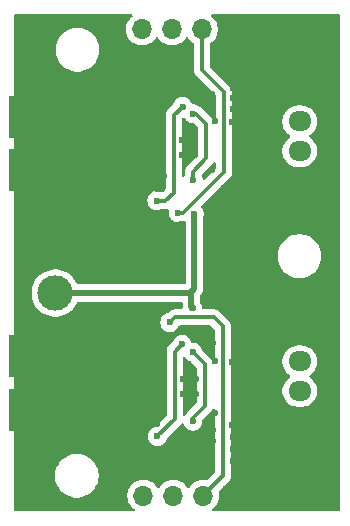
<source format=gbr>
%TF.GenerationSoftware,KiCad,Pcbnew,9.0.0*%
%TF.CreationDate,2025-04-16T15:55:05+03:00*%
%TF.ProjectId,power_detector,706f7765-725f-4646-9574-6563746f722e,rev?*%
%TF.SameCoordinates,Original*%
%TF.FileFunction,Copper,L4,Bot*%
%TF.FilePolarity,Positive*%
%FSLAX46Y46*%
G04 Gerber Fmt 4.6, Leading zero omitted, Abs format (unit mm)*
G04 Created by KiCad (PCBNEW 9.0.0) date 2025-04-16 15:55:05*
%MOMM*%
%LPD*%
G01*
G04 APERTURE LIST*
G04 Aperture macros list*
%AMRoundRect*
0 Rectangle with rounded corners*
0 $1 Rounding radius*
0 $2 $3 $4 $5 $6 $7 $8 $9 X,Y pos of 4 corners*
0 Add a 4 corners polygon primitive as box body*
4,1,4,$2,$3,$4,$5,$6,$7,$8,$9,$2,$3,0*
0 Add four circle primitives for the rounded corners*
1,1,$1+$1,$2,$3*
1,1,$1+$1,$4,$5*
1,1,$1+$1,$6,$7*
1,1,$1+$1,$8,$9*
0 Add four rect primitives between the rounded corners*
20,1,$1+$1,$2,$3,$4,$5,0*
20,1,$1+$1,$4,$5,$6,$7,0*
20,1,$1+$1,$6,$7,$8,$9,0*
20,1,$1+$1,$8,$9,$2,$3,0*%
G04 Aperture macros list end*
%TA.AperFunction,SMDPad,CuDef*%
%ADD10R,5.540000X3.610000*%
%TD*%
%TA.AperFunction,ComponentPad*%
%ADD11RoundRect,0.250000X0.725000X-0.600000X0.725000X0.600000X-0.725000X0.600000X-0.725000X-0.600000X0*%
%TD*%
%TA.AperFunction,ComponentPad*%
%ADD12O,1.950000X1.700000*%
%TD*%
%TA.AperFunction,ComponentPad*%
%ADD13R,3.000000X3.000000*%
%TD*%
%TA.AperFunction,ComponentPad*%
%ADD14C,3.000000*%
%TD*%
%TA.AperFunction,ComponentPad*%
%ADD15R,1.700000X1.700000*%
%TD*%
%TA.AperFunction,ComponentPad*%
%ADD16O,1.700000X1.700000*%
%TD*%
%TA.AperFunction,ViaPad*%
%ADD17C,0.600000*%
%TD*%
%TA.AperFunction,Conductor*%
%ADD18C,0.355250*%
%TD*%
%TA.AperFunction,Conductor*%
%ADD19C,0.500000*%
%TD*%
G04 APERTURE END LIST*
D10*
%TO.P,J8,G1*%
%TO.N,GND*%
X46964600Y-85346400D03*
%TO.P,J8,G2*%
X46964600Y-89866400D03*
%TD*%
%TO.P,J5,G1*%
%TO.N,GND*%
X46990000Y-65076000D03*
%TO.P,J5,G2*%
X46990000Y-69596000D03*
%TD*%
D11*
%TO.P,J9,1,Pin_1*%
%TO.N,GND*%
X68867800Y-90770400D03*
D12*
%TO.P,J9,2,Pin_2*%
%TO.N,/vrms_fow*%
X68867800Y-88270400D03*
%TO.P,J9,3,Pin_3*%
%TO.N,/mcu_adc_fow*%
X68867800Y-85770400D03*
%TO.P,J9,4,Pin_4*%
%TO.N,GND*%
X68867800Y-83270400D03*
%TD*%
D13*
%TO.P,J3,1,Pin_1*%
%TO.N,GND*%
X48158400Y-74904600D03*
D14*
%TO.P,J3,2,Pin_2*%
%TO.N,+5V*%
X48158400Y-79984600D03*
%TD*%
D11*
%TO.P,J10,1,Pin_1*%
%TO.N,GND*%
X68859400Y-70455800D03*
D12*
%TO.P,J10,2,Pin_2*%
%TO.N,/vrms_ref*%
X68859400Y-67955800D03*
%TO.P,J10,3,Pin_3*%
%TO.N,/mcu_adc_ref*%
X68859400Y-65455800D03*
%TO.P,J10,4,Pin_4*%
%TO.N,GND*%
X68859400Y-62955800D03*
%TD*%
D15*
%TO.P,J6,1,Pin_1*%
%TO.N,GND*%
X63236000Y-97129600D03*
D16*
%TO.P,J6,2,Pin_2*%
%TO.N,/vtgt_fow*%
X60696000Y-97129600D03*
%TO.P,J6,3,Pin_3*%
%TO.N,/TC2_fow*%
X58156000Y-97129600D03*
%TO.P,J6,4,Pin_4*%
%TO.N,/vref_fow*%
X55616000Y-97129600D03*
%TD*%
D15*
%TO.P,J7,1,Pin_1*%
%TO.N,GND*%
X63119000Y-57658000D03*
D16*
%TO.P,J7,2,Pin_2*%
%TO.N,/TC2_ref*%
X60579000Y-57658000D03*
%TO.P,J7,3,Pin_3*%
%TO.N,/vref_ref*%
X58039000Y-57658000D03*
%TO.P,J7,4,Pin_4*%
%TO.N,/vtgt_ref*%
X55499000Y-57658000D03*
%TD*%
D17*
%TO.N,+5V*%
X59833000Y-64820800D03*
X59944000Y-73279000D03*
X59817000Y-90830400D03*
X59833000Y-85004400D03*
X59842400Y-70408800D03*
X59817000Y-81280000D03*
%TO.N,GND*%
X66040000Y-59944000D03*
X63246000Y-93218000D03*
X70993000Y-96393000D03*
X54864000Y-65532000D03*
X70739000Y-59690000D03*
X50292000Y-74422000D03*
X58928000Y-74168000D03*
X64770000Y-65532000D03*
X65151000Y-96012000D03*
X55880000Y-76200000D03*
X71120000Y-89916000D03*
X54610000Y-77978000D03*
X63627000Y-73279000D03*
X55118000Y-73914000D03*
X50546000Y-82550000D03*
X65913000Y-60960000D03*
X53594000Y-83566000D03*
X64516000Y-70866000D03*
X52324000Y-76962000D03*
X63246000Y-82296000D03*
X67183000Y-60198000D03*
X51308000Y-68326000D03*
X47752000Y-92456000D03*
X54610000Y-69088000D03*
X53340000Y-71120000D03*
X61722000Y-60706000D03*
X50038000Y-89408000D03*
X45974000Y-96012000D03*
X52832000Y-63500000D03*
X66802000Y-83820000D03*
X64897000Y-92710000D03*
X65786000Y-85852000D03*
X71882000Y-65659000D03*
X63119000Y-85852000D03*
X46990000Y-86614000D03*
X70231000Y-57658000D03*
X54864000Y-85598000D03*
X68453000Y-97282000D03*
X64643000Y-73279000D03*
X68326000Y-58293000D03*
X55626000Y-93726000D03*
X55626000Y-63500000D03*
X60017575Y-68275200D03*
X51308000Y-74422000D03*
X70358000Y-73025000D03*
X46736000Y-98044000D03*
X45720000Y-73660000D03*
X63119000Y-65532000D03*
X61214000Y-75946000D03*
X51562000Y-76454000D03*
X63754000Y-75692000D03*
X63500000Y-83312000D03*
X46482000Y-62738000D03*
X52578000Y-81026000D03*
X52578000Y-72898000D03*
X64643000Y-78994000D03*
X69469000Y-72898000D03*
X54356000Y-95758000D03*
X55880000Y-81026000D03*
X56388000Y-83439000D03*
X45212000Y-96266000D03*
X57658000Y-76200000D03*
X54610000Y-91186000D03*
X48260000Y-62738000D03*
X54762400Y-88620600D03*
X63881000Y-90932000D03*
X58953400Y-88544400D03*
X52070000Y-92456000D03*
X50038000Y-90170000D03*
X71882000Y-74422000D03*
X54356000Y-59944000D03*
X62611000Y-79756000D03*
X71120000Y-85090000D03*
X45974000Y-94488000D03*
X71882000Y-79248000D03*
X71120000Y-86360000D03*
X64262000Y-80010000D03*
X69342000Y-95631000D03*
X45212000Y-95250000D03*
X46228000Y-59182000D03*
X66040000Y-91313000D03*
X64262000Y-77978000D03*
X69469000Y-97917000D03*
X53213000Y-86487000D03*
X52959000Y-89408000D03*
X71374000Y-70485000D03*
X54610000Y-93726000D03*
X46736000Y-92456000D03*
X54102000Y-61976000D03*
X54102000Y-65278000D03*
X52324000Y-78994000D03*
X67564000Y-81534000D03*
X70612000Y-97917000D03*
X65532000Y-79248000D03*
X70485000Y-60325000D03*
X65913000Y-64008000D03*
X66421000Y-65024000D03*
X71755000Y-62357000D03*
X67437000Y-57531000D03*
X65405000Y-57404000D03*
X64135000Y-63246000D03*
X65151000Y-97282000D03*
X65532000Y-70104000D03*
X45339000Y-60706000D03*
X52578000Y-85090000D03*
X71120000Y-94869000D03*
X64643000Y-83947000D03*
X54864000Y-72644000D03*
X63246000Y-80391000D03*
X66421000Y-56896000D03*
X48133000Y-68326000D03*
X70485000Y-69088000D03*
X71882000Y-80010000D03*
X65278000Y-81407000D03*
X53340000Y-81026000D03*
X50292000Y-75438000D03*
X61595000Y-59309000D03*
X62865000Y-74549000D03*
X48133000Y-66294000D03*
X54610000Y-76200000D03*
X54610000Y-62992000D03*
X51816000Y-85598000D03*
X59563000Y-93726000D03*
X66802000Y-63500000D03*
X50038000Y-91694000D03*
X54102000Y-71882000D03*
X54864000Y-61468000D03*
X61468000Y-94488000D03*
X51308000Y-70104000D03*
X69469000Y-93472000D03*
X52578000Y-98044000D03*
X64719200Y-90093800D03*
X50546000Y-71882000D03*
X48133000Y-88646000D03*
X46482000Y-97028000D03*
X45720000Y-75438000D03*
X62484000Y-71120000D03*
X63500000Y-70866000D03*
X49784000Y-71882000D03*
X45974000Y-68326000D03*
X50292000Y-63246000D03*
X57277000Y-90043000D03*
X56896000Y-81788000D03*
X51816000Y-73914000D03*
X60084575Y-87270391D03*
X53340000Y-85598000D03*
X61214000Y-79756000D03*
X53086000Y-61468000D03*
X51943000Y-88646000D03*
X68453000Y-61341000D03*
X51308000Y-65278000D03*
X54356000Y-60960000D03*
X49022000Y-86614000D03*
X53086000Y-68326000D03*
X66675000Y-85344000D03*
X67310000Y-84836000D03*
X63246000Y-62611000D03*
X55372000Y-76708000D03*
X66548000Y-92583000D03*
X57912000Y-74168000D03*
X54610000Y-94742000D03*
X48768000Y-82550000D03*
X71374000Y-72771000D03*
X57404000Y-70104000D03*
X53594000Y-60706000D03*
X51816000Y-71882000D03*
X66548000Y-59055000D03*
X71501000Y-66802000D03*
X63754000Y-76962000D03*
X63119000Y-91186000D03*
X65405000Y-58801000D03*
X66802000Y-58293000D03*
X58928000Y-75184000D03*
X53340000Y-64262000D03*
X56134000Y-77978000D03*
X56388000Y-74676000D03*
X59309000Y-60452000D03*
X65024000Y-71882000D03*
X66675000Y-90678000D03*
X65151000Y-95123000D03*
X51816000Y-77978000D03*
X50546000Y-85090000D03*
X50292000Y-78232000D03*
X69723000Y-56896000D03*
X58420000Y-78994000D03*
X51816000Y-91186000D03*
X53594000Y-76962000D03*
X44969379Y-66294004D03*
X61468000Y-63119000D03*
X47244000Y-62738000D03*
X61214000Y-78994000D03*
X51308000Y-75692000D03*
X53086000Y-93980000D03*
X71501000Y-57658000D03*
X52578000Y-90424000D03*
X59690000Y-61087000D03*
X55626000Y-72390000D03*
X56642000Y-82804000D03*
X63373000Y-95123000D03*
X66929000Y-97917000D03*
X45974000Y-66294000D03*
X65532000Y-85090000D03*
X66294000Y-81534000D03*
X55880000Y-75438000D03*
X59436000Y-94742000D03*
X61722000Y-65405000D03*
X66167000Y-95885000D03*
X63246000Y-94234000D03*
X64262000Y-95123000D03*
X50292000Y-66294000D03*
X54356000Y-64262000D03*
X55626000Y-92837000D03*
X66421000Y-97536000D03*
X53086000Y-69088000D03*
X46482000Y-93472000D03*
X64897000Y-61341000D03*
X56388000Y-82296000D03*
X53594000Y-81788000D03*
X66548000Y-73533000D03*
X54229000Y-66167000D03*
X46482000Y-58166000D03*
X65532000Y-72771000D03*
X49022000Y-62738000D03*
X61468000Y-69596000D03*
X45720000Y-92456000D03*
X61493400Y-84226400D03*
X44968627Y-88646098D03*
X51816000Y-70866000D03*
X70612000Y-63500000D03*
X46990000Y-66294000D03*
X51816000Y-62738000D03*
X69850000Y-97028000D03*
X54610000Y-71120000D03*
X62230000Y-72898000D03*
X53848000Y-59690000D03*
X53340000Y-90932000D03*
X45339000Y-59563000D03*
X66294000Y-93853000D03*
X70358000Y-62230000D03*
X51308000Y-69088000D03*
X49784000Y-62738000D03*
X68453000Y-93853000D03*
X65024000Y-89281000D03*
X71120000Y-82550000D03*
X61679375Y-90170000D03*
X53848000Y-63500000D03*
X52832000Y-91948000D03*
X46228000Y-60198000D03*
X45974000Y-88646000D03*
X53340000Y-94996000D03*
X53848000Y-89331800D03*
X55880000Y-81788000D03*
X53086000Y-73914000D03*
X45974000Y-86614000D03*
X54102000Y-70104000D03*
X71120000Y-80137000D03*
X55118000Y-60452000D03*
X63881000Y-72136000D03*
X65913000Y-71374000D03*
X56134000Y-71120000D03*
X55372000Y-62230000D03*
X53594000Y-74930000D03*
X61214000Y-73660000D03*
X66548000Y-72390000D03*
X53086000Y-62738000D03*
X67437000Y-95885000D03*
X60452000Y-94742000D03*
X56896000Y-69596000D03*
X53848000Y-84582000D03*
X62484000Y-78613000D03*
X61468000Y-83312000D03*
X52324000Y-69088000D03*
X54610000Y-81788000D03*
X62357000Y-75565000D03*
X70612000Y-71120000D03*
X56642000Y-70358000D03*
X65151000Y-78486000D03*
X50546000Y-71120000D03*
X57404000Y-77978000D03*
X56388000Y-85344000D03*
X50546000Y-85852000D03*
X51054000Y-88646000D03*
X63881000Y-65532000D03*
X58928000Y-77216000D03*
X64643000Y-93853000D03*
X52578000Y-84328000D03*
X55626000Y-91948000D03*
X53848000Y-90170000D03*
X53340000Y-78994000D03*
X71628000Y-71755000D03*
X50292000Y-73660000D03*
X62865000Y-61849000D03*
X54737000Y-89662000D03*
X55499000Y-83947000D03*
X53848000Y-97282000D03*
X52578000Y-92964000D03*
X53340000Y-72390000D03*
X61214000Y-80518000D03*
X71755000Y-63246000D03*
X66167000Y-82804000D03*
X52324000Y-65278000D03*
X47752000Y-82550000D03*
X68580000Y-81534000D03*
X52324000Y-86614000D03*
X51562000Y-86614000D03*
X64643000Y-68961000D03*
X51054000Y-64516000D03*
X56134000Y-69596000D03*
X68834000Y-72136000D03*
X64135000Y-89281000D03*
X70739000Y-97028000D03*
X70104000Y-58674000D03*
X57023000Y-65532000D03*
X50165000Y-88646000D03*
X67310000Y-71755000D03*
X52324000Y-74422000D03*
X71120000Y-88646000D03*
X56134000Y-61595000D03*
X71247000Y-56896000D03*
X52832000Y-88646000D03*
X64008000Y-85852000D03*
X71120000Y-81788000D03*
X52832000Y-70104000D03*
X66929000Y-61595000D03*
X49530000Y-77470000D03*
X54356000Y-73152000D03*
X70739000Y-65659000D03*
X64008000Y-92075000D03*
X51562000Y-72898000D03*
X71120000Y-91948000D03*
X50038000Y-72898000D03*
X52832000Y-73406000D03*
X52324000Y-64516000D03*
X50292000Y-65278000D03*
X54102000Y-81026000D03*
X70739000Y-67564000D03*
X65151000Y-82550000D03*
X45339000Y-61722000D03*
X70231000Y-72009000D03*
X68199000Y-56896000D03*
X69723000Y-92456000D03*
X57658000Y-75184000D03*
X63246000Y-63500000D03*
X46990000Y-88646000D03*
X64897000Y-85852000D03*
X63627000Y-61087000D03*
X50292000Y-81534000D03*
X65024000Y-64389000D03*
X61518800Y-92532200D03*
X53848000Y-91948000D03*
X68072000Y-59055000D03*
X65659000Y-65532000D03*
X51054000Y-77470000D03*
X61214000Y-76708000D03*
X53848000Y-73660000D03*
X65659000Y-83820000D03*
X65532000Y-89789000D03*
X51816000Y-89662000D03*
X69342000Y-60452000D03*
X51054000Y-91948000D03*
X46736000Y-71882000D03*
X71628000Y-60452000D03*
X54356000Y-83566000D03*
X63500000Y-79248000D03*
X51054000Y-82042000D03*
X45212000Y-97282000D03*
X70739000Y-64389000D03*
X51054000Y-63754000D03*
X56794400Y-91084400D03*
X66167000Y-62611000D03*
X50800000Y-72898000D03*
X55626000Y-70358000D03*
X55118000Y-81026000D03*
X44969379Y-86614004D03*
X52832000Y-97282000D03*
X58945225Y-87299800D03*
X64262000Y-74676000D03*
X55372000Y-82804000D03*
X67310000Y-92710000D03*
X65278000Y-91821000D03*
X55753000Y-61087000D03*
X53594000Y-58420000D03*
X59309000Y-59436000D03*
X62992000Y-60198000D03*
X68961000Y-57531000D03*
X68961000Y-59436000D03*
X61595000Y-59944000D03*
X56134000Y-84328000D03*
X46482000Y-77724000D03*
X61214000Y-72898000D03*
X57658000Y-81026000D03*
X65532000Y-68961000D03*
X61468000Y-93472000D03*
X67564000Y-96774000D03*
X67056000Y-82550000D03*
X71755000Y-64516000D03*
X67564000Y-94107000D03*
X46736000Y-82550000D03*
X52324000Y-68326000D03*
X51308000Y-78994000D03*
X50546000Y-70104000D03*
X63500000Y-85090000D03*
X45720000Y-62738000D03*
X65405000Y-74041000D03*
X56845200Y-71145400D03*
X50038000Y-86614000D03*
X52578000Y-83312000D03*
X51308000Y-66294000D03*
X62103000Y-73914000D03*
X45720000Y-81280000D03*
X49022000Y-66294000D03*
X71120000Y-93218000D03*
X68326000Y-94869000D03*
X61214000Y-78232000D03*
X64516000Y-76327000D03*
X67056000Y-70231000D03*
X67183000Y-62484000D03*
X55245000Y-66167000D03*
X67056000Y-64516000D03*
X55626000Y-64897000D03*
X63246000Y-64389000D03*
X51308000Y-83312000D03*
X65151000Y-97917000D03*
X51816000Y-63754000D03*
X64262000Y-62103000D03*
X69850000Y-81534000D03*
X53340000Y-96266000D03*
X63627000Y-59436000D03*
X56261000Y-66167000D03*
X54356000Y-75438000D03*
X57404000Y-73406000D03*
X57404000Y-85852000D03*
X61679375Y-85725000D03*
X61214000Y-77470000D03*
X71120000Y-87630000D03*
X66802000Y-71247000D03*
X55626000Y-69088000D03*
X64135000Y-64389000D03*
X52578000Y-71882000D03*
X53340000Y-82804000D03*
X67945000Y-72771000D03*
X50292000Y-76962000D03*
X51562000Y-81280000D03*
X61976000Y-81026000D03*
X70866000Y-66548000D03*
X52324000Y-66294000D03*
X55626000Y-71628000D03*
X54356000Y-74422000D03*
X54711600Y-68351400D03*
X55880000Y-91059000D03*
X54102000Y-86487000D03*
X63754000Y-68961000D03*
X67056000Y-94996000D03*
X65405000Y-62230000D03*
X68326000Y-92456000D03*
X49022000Y-88646000D03*
X45720000Y-78740000D03*
X47752000Y-71882000D03*
X50800000Y-86614000D03*
X52070000Y-81788000D03*
X52578000Y-62230000D03*
X47498000Y-61976000D03*
X70104000Y-61214000D03*
X44968627Y-68326098D03*
X56388000Y-78994000D03*
X58928000Y-78232000D03*
X56515000Y-63373000D03*
X63500000Y-84328000D03*
X56642000Y-81026000D03*
X45847000Y-57023000D03*
X50546000Y-84074000D03*
X54356000Y-82804000D03*
X70358000Y-95504000D03*
X66421000Y-68961000D03*
X46990000Y-68326000D03*
X71120000Y-90932000D03*
X64643000Y-90932000D03*
X64135000Y-81407000D03*
X56642000Y-86233000D03*
X64897000Y-77343000D03*
X61214000Y-75184000D03*
X55118000Y-74930000D03*
X63627000Y-78105000D03*
X64592200Y-69799200D03*
X45212000Y-94234000D03*
X54737000Y-86360000D03*
X53340000Y-77978000D03*
X56896000Y-74930000D03*
X51054000Y-90424000D03*
X51562000Y-82550000D03*
X66294000Y-84582000D03*
X62738000Y-71882000D03*
X48133000Y-86614000D03*
X45720000Y-98044000D03*
X60084575Y-88493600D03*
X52070000Y-69850000D03*
X45720000Y-71882000D03*
X66167000Y-79883000D03*
X65532000Y-94615000D03*
X53340000Y-65278000D03*
X52832000Y-76200000D03*
X61518800Y-91541600D03*
X53594000Y-98044000D03*
X58869025Y-67005200D03*
X71374000Y-61341000D03*
X50546000Y-69088000D03*
X49784000Y-82550000D03*
X49022000Y-68326000D03*
X51054000Y-62992000D03*
X50292000Y-76200000D03*
X45720000Y-76200000D03*
X70104000Y-94107000D03*
X62738000Y-81534000D03*
X61468000Y-64135000D03*
X45466000Y-80264000D03*
X71120000Y-83820000D03*
X70485000Y-69977000D03*
X65024000Y-75311000D03*
X64516000Y-85090000D03*
X45720000Y-72644000D03*
X47498000Y-77216000D03*
X54610000Y-84582000D03*
X58420000Y-81026000D03*
X55753000Y-86487000D03*
X67310000Y-68961000D03*
X55118000Y-70866000D03*
X45720000Y-82550000D03*
X56515000Y-62357000D03*
X58869025Y-68300600D03*
X65278000Y-80645000D03*
X56642000Y-73406000D03*
X54356000Y-78994000D03*
X62230000Y-61341000D03*
X63246000Y-92202000D03*
X57404000Y-78994000D03*
X56388000Y-65024000D03*
X71628000Y-68326000D03*
X62357000Y-77597000D03*
X48514000Y-77216000D03*
X55499000Y-84963000D03*
X64897000Y-59563000D03*
X67945000Y-60452000D03*
X53848000Y-93472000D03*
X54610000Y-70358000D03*
X55372000Y-78994000D03*
X45720000Y-77216000D03*
X56007000Y-89916000D03*
X45212000Y-93218000D03*
X54610000Y-92456000D03*
X51562000Y-84328000D03*
X55118000Y-64262000D03*
X50292000Y-68326000D03*
X45720000Y-74676000D03*
X64516000Y-60325000D03*
X71882000Y-69469000D03*
X53340000Y-57404000D03*
X65024000Y-63246000D03*
X50038000Y-90932000D03*
X62484000Y-59563000D03*
X46355000Y-61468000D03*
X71374000Y-73787000D03*
X61214000Y-74422000D03*
X55880000Y-73152000D03*
X62611000Y-76454000D03*
X71501000Y-58801000D03*
X58928000Y-76200000D03*
X53848000Y-69037200D03*
X45339000Y-58293000D03*
X50546000Y-83312000D03*
X48768000Y-71882000D03*
X57658000Y-77216000D03*
X56007000Y-64160400D03*
X70104000Y-93218000D03*
X52324000Y-75438000D03*
X68072000Y-98044000D03*
X64262000Y-82931000D03*
X53213000Y-66294000D03*
X66167000Y-89281000D03*
X65405000Y-90551000D03*
X50292000Y-64262000D03*
X60017575Y-67005200D03*
X59944000Y-61976000D03*
%TO.N,/vref_ref*%
X56769000Y-72150700D03*
X58940700Y-64198500D03*
%TO.N,/TC2_ref*%
X58572400Y-73202800D03*
%TO.N,/vref_fow*%
X56819800Y-92125800D03*
X58902600Y-84302600D03*
%TO.N,/vtgt_fow*%
X57861200Y-82473800D03*
%TD*%
D18*
%TO.N,+5V*%
X60121800Y-64820800D02*
X59833000Y-64820800D01*
X59842400Y-69697600D02*
X60960000Y-68580000D01*
X60960000Y-68580000D02*
X60960000Y-65659000D01*
X59842400Y-70408800D02*
X59842400Y-69697600D01*
X60960000Y-65659000D02*
X60121800Y-64820800D01*
D19*
X59690000Y-81153000D02*
X59817000Y-81280000D01*
X59690000Y-80086200D02*
X59690000Y-81153000D01*
X59588400Y-79984600D02*
X59690000Y-80086200D01*
X59944000Y-79629000D02*
X59944000Y-73279000D01*
X59588400Y-79984600D02*
X59944000Y-79629000D01*
X48158400Y-79984600D02*
X59588400Y-79984600D01*
D18*
X59817000Y-90830400D02*
X59817000Y-90551000D01*
X59817000Y-90551000D02*
X60833000Y-89535000D01*
X60833000Y-86004400D02*
X59833000Y-85004400D01*
X60833000Y-89535000D02*
X60833000Y-86004400D01*
%TO.N,/vref_ref*%
X56707500Y-72212200D02*
X57454800Y-72212200D01*
X58191400Y-64947800D02*
X58940700Y-64198500D01*
X58191400Y-71475600D02*
X58191400Y-64947800D01*
X56769000Y-72150700D02*
X56788921Y-72150700D01*
X57454800Y-72212200D02*
X58191400Y-71475600D01*
%TO.N,/TC2_ref*%
X59004200Y-73202800D02*
X58572400Y-73202800D01*
X60579000Y-57658000D02*
X60579000Y-61087000D01*
X62440375Y-69766625D02*
X59004200Y-73202800D01*
X62440375Y-62948375D02*
X62440375Y-69766625D01*
X60579000Y-61087000D02*
X62440375Y-62948375D01*
%TO.N,/vref_fow*%
X58267600Y-90678000D02*
X58267600Y-84937600D01*
X58267600Y-84937600D02*
X58902600Y-84302600D01*
X56819800Y-92125800D02*
X58267600Y-90678000D01*
%TO.N,/vtgt_fow*%
X57861200Y-82473800D02*
X58293000Y-82042000D01*
X58293000Y-82042000D02*
X58928000Y-82042000D01*
X61595000Y-82042000D02*
X62357000Y-82804000D01*
X60696000Y-97129600D02*
X62321600Y-95504000D01*
X62357000Y-95468600D02*
X60696000Y-97129600D01*
X58928000Y-82042000D02*
X61595000Y-82042000D01*
X62357000Y-82804000D02*
X62357000Y-95468600D01*
%TD*%
%TA.AperFunction,Conductor*%
%TO.N,GND*%
G36*
X54658172Y-56390574D02*
G01*
X54703975Y-56443336D01*
X54713982Y-56512486D01*
X54685015Y-56576068D01*
X54664114Y-56595269D01*
X54619209Y-56627894D01*
X54468890Y-56778213D01*
X54343951Y-56950179D01*
X54247444Y-57139585D01*
X54181753Y-57341760D01*
X54151195Y-57534700D01*
X54148500Y-57551713D01*
X54148500Y-57764287D01*
X54181754Y-57974243D01*
X54242910Y-58162462D01*
X54247444Y-58176414D01*
X54343951Y-58365820D01*
X54468890Y-58537786D01*
X54619213Y-58688109D01*
X54791179Y-58813048D01*
X54791181Y-58813049D01*
X54791184Y-58813051D01*
X54980588Y-58909557D01*
X55182757Y-58975246D01*
X55392713Y-59008500D01*
X55392714Y-59008500D01*
X55605286Y-59008500D01*
X55605287Y-59008500D01*
X55815243Y-58975246D01*
X56017412Y-58909557D01*
X56206816Y-58813051D01*
X56239789Y-58789095D01*
X56378786Y-58688109D01*
X56378788Y-58688106D01*
X56378792Y-58688104D01*
X56529104Y-58537792D01*
X56529106Y-58537788D01*
X56529109Y-58537786D01*
X56654048Y-58365820D01*
X56654047Y-58365820D01*
X56654051Y-58365816D01*
X56658514Y-58357054D01*
X56706488Y-58306259D01*
X56774308Y-58289463D01*
X56840444Y-58311999D01*
X56879486Y-58357056D01*
X56883951Y-58365820D01*
X57008890Y-58537786D01*
X57159213Y-58688109D01*
X57331179Y-58813048D01*
X57331181Y-58813049D01*
X57331184Y-58813051D01*
X57520588Y-58909557D01*
X57722757Y-58975246D01*
X57932713Y-59008500D01*
X57932714Y-59008500D01*
X58145286Y-59008500D01*
X58145287Y-59008500D01*
X58355243Y-58975246D01*
X58557412Y-58909557D01*
X58746816Y-58813051D01*
X58779789Y-58789095D01*
X58918786Y-58688109D01*
X58918788Y-58688106D01*
X58918792Y-58688104D01*
X59069104Y-58537792D01*
X59069106Y-58537788D01*
X59069109Y-58537786D01*
X59194048Y-58365820D01*
X59194047Y-58365820D01*
X59194051Y-58365816D01*
X59198514Y-58357054D01*
X59246488Y-58306259D01*
X59314308Y-58289463D01*
X59380444Y-58311999D01*
X59419486Y-58357056D01*
X59423951Y-58365820D01*
X59548890Y-58537786D01*
X59699211Y-58688107D01*
X59769542Y-58739204D01*
X59849760Y-58797486D01*
X59892426Y-58852814D01*
X59900875Y-58897803D01*
X59900875Y-61020210D01*
X59900875Y-61153790D01*
X59900875Y-61153792D01*
X59900874Y-61153792D01*
X59926933Y-61284794D01*
X59926935Y-61284802D01*
X59978049Y-61408204D01*
X59978059Y-61408222D01*
X60052262Y-61519275D01*
X60052268Y-61519283D01*
X61725931Y-63192945D01*
X61759416Y-63254268D01*
X61762250Y-63280626D01*
X61762250Y-65230285D01*
X61742565Y-65297324D01*
X61689761Y-65343079D01*
X61620603Y-65353023D01*
X61557047Y-65323998D01*
X61535148Y-65299176D01*
X61486734Y-65226720D01*
X61486731Y-65226716D01*
X60554083Y-64294068D01*
X60554079Y-64294065D01*
X60443018Y-64219856D01*
X60443008Y-64219851D01*
X60405327Y-64204243D01*
X60370720Y-64189908D01*
X60345161Y-64179321D01*
X60319603Y-64168735D01*
X60319600Y-64168734D01*
X60312995Y-64167420D01*
X60268304Y-64148906D01*
X60212190Y-64111412D01*
X60212172Y-64111402D01*
X60066501Y-64051064D01*
X60066489Y-64051061D01*
X59911845Y-64020300D01*
X59911842Y-64020300D01*
X59816196Y-64020300D01*
X59749157Y-64000615D01*
X59703402Y-63947811D01*
X59701635Y-63943752D01*
X59650097Y-63819327D01*
X59650090Y-63819314D01*
X59562489Y-63688211D01*
X59562486Y-63688207D01*
X59450992Y-63576713D01*
X59450988Y-63576710D01*
X59319885Y-63489109D01*
X59319872Y-63489102D01*
X59174201Y-63428764D01*
X59174189Y-63428761D01*
X59019545Y-63398000D01*
X59019542Y-63398000D01*
X58861858Y-63398000D01*
X58861855Y-63398000D01*
X58707210Y-63428761D01*
X58707198Y-63428764D01*
X58561527Y-63489102D01*
X58561514Y-63489109D01*
X58430411Y-63576710D01*
X58430407Y-63576713D01*
X58318913Y-63688207D01*
X58318910Y-63688211D01*
X58231309Y-63819314D01*
X58231302Y-63819327D01*
X58170963Y-63965000D01*
X58170962Y-63965004D01*
X58167320Y-63983314D01*
X58134933Y-64045224D01*
X58133384Y-64046800D01*
X57664668Y-64515516D01*
X57664665Y-64515520D01*
X57590456Y-64626581D01*
X57590451Y-64626590D01*
X57560840Y-64698077D01*
X57560840Y-64698080D01*
X57540172Y-64747979D01*
X57539334Y-64750001D01*
X57539332Y-64750005D01*
X57513275Y-64881006D01*
X57513275Y-71143348D01*
X57493590Y-71210387D01*
X57476956Y-71231029D01*
X57290431Y-71417554D01*
X57229108Y-71451039D01*
X57159416Y-71446055D01*
X57153846Y-71443541D01*
X57153807Y-71443637D01*
X57002501Y-71380964D01*
X57002489Y-71380961D01*
X56847845Y-71350200D01*
X56847842Y-71350200D01*
X56690158Y-71350200D01*
X56690155Y-71350200D01*
X56535510Y-71380961D01*
X56535498Y-71380964D01*
X56389827Y-71441302D01*
X56389814Y-71441309D01*
X56258711Y-71528910D01*
X56258707Y-71528913D01*
X56147213Y-71640407D01*
X56147210Y-71640411D01*
X56059609Y-71771514D01*
X56059602Y-71771527D01*
X55999264Y-71917198D01*
X55999261Y-71917210D01*
X55968500Y-72071853D01*
X55968500Y-72229546D01*
X55999261Y-72384189D01*
X55999264Y-72384201D01*
X56059602Y-72529872D01*
X56059609Y-72529885D01*
X56147210Y-72660988D01*
X56147213Y-72660992D01*
X56258707Y-72772486D01*
X56258711Y-72772489D01*
X56389814Y-72860090D01*
X56389827Y-72860097D01*
X56520339Y-72914156D01*
X56535503Y-72920437D01*
X56690153Y-72951199D01*
X56690156Y-72951200D01*
X56690158Y-72951200D01*
X56847844Y-72951200D01*
X56847845Y-72951199D01*
X57002497Y-72920437D01*
X57027507Y-72910077D01*
X57052407Y-72899764D01*
X57099859Y-72890325D01*
X57521591Y-72890325D01*
X57532507Y-72888153D01*
X57587095Y-72877295D01*
X57648589Y-72865063D01*
X57718178Y-72871292D01*
X57773355Y-72914156D01*
X57796598Y-72980046D01*
X57794393Y-73010872D01*
X57771900Y-73123953D01*
X57771900Y-73281646D01*
X57802661Y-73436289D01*
X57802664Y-73436301D01*
X57863002Y-73581972D01*
X57863009Y-73581985D01*
X57950610Y-73713088D01*
X57950613Y-73713092D01*
X58062107Y-73824586D01*
X58062111Y-73824589D01*
X58193214Y-73912190D01*
X58193227Y-73912197D01*
X58338898Y-73972535D01*
X58338903Y-73972537D01*
X58493553Y-74003299D01*
X58493556Y-74003300D01*
X58493558Y-74003300D01*
X58651244Y-74003300D01*
X58651245Y-74003299D01*
X58805897Y-73972537D01*
X58951579Y-73912194D01*
X58967102Y-73901821D01*
X58985147Y-73896171D01*
X59001056Y-73885948D01*
X59032016Y-73881496D01*
X59033778Y-73880945D01*
X59035991Y-73880925D01*
X59069500Y-73880925D01*
X59136539Y-73900610D01*
X59182294Y-73953414D01*
X59193500Y-74004925D01*
X59193500Y-79110100D01*
X59173815Y-79177139D01*
X59121011Y-79222894D01*
X59069500Y-79234100D01*
X50095712Y-79234100D01*
X50028673Y-79214415D01*
X49982918Y-79161611D01*
X49981151Y-79157553D01*
X49956445Y-79097909D01*
X49956441Y-79097899D01*
X49825324Y-78870796D01*
X49702630Y-78710900D01*
X49665682Y-78662749D01*
X49665681Y-78662748D01*
X49665674Y-78662740D01*
X49480260Y-78477326D01*
X49480251Y-78477318D01*
X49272203Y-78317675D01*
X49045100Y-78186558D01*
X49045090Y-78186553D01*
X48802828Y-78086205D01*
X48802821Y-78086203D01*
X48802819Y-78086202D01*
X48549516Y-78018330D01*
X48491739Y-78010723D01*
X48289527Y-77984100D01*
X48289520Y-77984100D01*
X48027280Y-77984100D01*
X48027272Y-77984100D01*
X47796172Y-78014526D01*
X47767284Y-78018330D01*
X47525424Y-78083136D01*
X47513981Y-78086202D01*
X47513971Y-78086205D01*
X47271709Y-78186553D01*
X47271699Y-78186558D01*
X47044596Y-78317675D01*
X46836548Y-78477318D01*
X46651118Y-78662748D01*
X46491475Y-78870796D01*
X46360358Y-79097899D01*
X46360353Y-79097909D01*
X46260005Y-79340171D01*
X46260002Y-79340181D01*
X46202420Y-79555083D01*
X46192130Y-79593485D01*
X46157900Y-79853472D01*
X46157900Y-80115727D01*
X46184523Y-80317939D01*
X46192130Y-80375716D01*
X46260002Y-80629018D01*
X46260005Y-80629028D01*
X46360353Y-80871290D01*
X46360358Y-80871300D01*
X46491475Y-81098403D01*
X46651118Y-81306451D01*
X46651126Y-81306460D01*
X46836540Y-81491874D01*
X46836548Y-81491881D01*
X46836549Y-81491882D01*
X46867025Y-81515267D01*
X47044596Y-81651524D01*
X47271699Y-81782641D01*
X47271709Y-81782646D01*
X47513971Y-81882994D01*
X47513981Y-81882998D01*
X47767284Y-81950870D01*
X48027280Y-81985100D01*
X48027287Y-81985100D01*
X48289513Y-81985100D01*
X48289520Y-81985100D01*
X48549516Y-81950870D01*
X48802819Y-81882998D01*
X49045097Y-81782643D01*
X49272203Y-81651524D01*
X49480251Y-81491882D01*
X49480255Y-81491877D01*
X49480260Y-81491874D01*
X49665674Y-81306460D01*
X49665677Y-81306455D01*
X49665682Y-81306451D01*
X49825324Y-81098403D01*
X49956443Y-80871297D01*
X49981151Y-80811647D01*
X50024992Y-80757244D01*
X50091286Y-80735179D01*
X50095712Y-80735100D01*
X58815500Y-80735100D01*
X58882539Y-80754785D01*
X58928294Y-80807589D01*
X58939500Y-80859100D01*
X58939500Y-81226920D01*
X58939579Y-81227723D01*
X58939500Y-81228139D01*
X58939500Y-81233010D01*
X58938576Y-81233010D01*
X58926559Y-81296369D01*
X58878493Y-81347079D01*
X58816176Y-81363875D01*
X58226206Y-81363875D01*
X58095205Y-81389933D01*
X58095197Y-81389935D01*
X57971789Y-81441052D01*
X57872872Y-81507147D01*
X57863369Y-81513497D01*
X57860720Y-81515267D01*
X57709060Y-81666924D01*
X57708399Y-81667570D01*
X57678221Y-81683563D01*
X57648175Y-81699970D01*
X57646676Y-81700281D01*
X57646664Y-81700288D01*
X57646650Y-81700286D01*
X57646014Y-81700419D01*
X57627712Y-81704060D01*
X57627700Y-81704063D01*
X57482027Y-81764402D01*
X57482014Y-81764409D01*
X57350911Y-81852010D01*
X57350907Y-81852013D01*
X57239413Y-81963507D01*
X57239410Y-81963511D01*
X57151809Y-82094614D01*
X57151802Y-82094627D01*
X57091464Y-82240298D01*
X57091461Y-82240310D01*
X57060700Y-82394953D01*
X57060700Y-82552646D01*
X57091461Y-82707289D01*
X57091464Y-82707301D01*
X57151802Y-82852972D01*
X57151809Y-82852985D01*
X57239410Y-82984088D01*
X57239413Y-82984092D01*
X57350907Y-83095586D01*
X57350911Y-83095589D01*
X57482014Y-83183190D01*
X57482027Y-83183197D01*
X57627698Y-83243535D01*
X57627703Y-83243537D01*
X57782353Y-83274299D01*
X57782356Y-83274300D01*
X57782358Y-83274300D01*
X57940044Y-83274300D01*
X57940045Y-83274299D01*
X58094697Y-83243537D01*
X58240379Y-83183194D01*
X58371489Y-83095589D01*
X58482989Y-82984089D01*
X58570594Y-82852979D01*
X58593917Y-82796673D01*
X58637758Y-82742269D01*
X58704052Y-82720204D01*
X58708478Y-82720125D01*
X58861211Y-82720125D01*
X61262749Y-82720125D01*
X61329788Y-82739810D01*
X61350430Y-82756444D01*
X61642556Y-83048570D01*
X61676041Y-83109893D01*
X61678875Y-83136251D01*
X61678875Y-85651106D01*
X61659190Y-85718145D01*
X61606386Y-85763900D01*
X61537228Y-85773844D01*
X61473672Y-85744819D01*
X61440315Y-85698560D01*
X61433951Y-85683197D01*
X61433949Y-85683194D01*
X61433947Y-85683188D01*
X61359734Y-85572120D01*
X61359731Y-85572116D01*
X60640314Y-84852700D01*
X60606829Y-84791377D01*
X60606388Y-84789260D01*
X60602737Y-84770903D01*
X60565820Y-84681776D01*
X60542397Y-84625227D01*
X60542390Y-84625214D01*
X60454789Y-84494111D01*
X60454786Y-84494107D01*
X60343292Y-84382613D01*
X60343288Y-84382610D01*
X60212185Y-84295009D01*
X60212172Y-84295002D01*
X60066501Y-84234664D01*
X60066489Y-84234661D01*
X59911845Y-84203900D01*
X59911842Y-84203900D01*
X59800914Y-84203900D01*
X59733875Y-84184215D01*
X59688120Y-84131411D01*
X59679297Y-84104091D01*
X59672339Y-84069110D01*
X59672336Y-84069101D01*
X59611997Y-83923427D01*
X59611990Y-83923414D01*
X59524389Y-83792311D01*
X59524386Y-83792307D01*
X59412892Y-83680813D01*
X59412888Y-83680810D01*
X59281785Y-83593209D01*
X59281772Y-83593202D01*
X59136101Y-83532864D01*
X59136089Y-83532861D01*
X58981445Y-83502100D01*
X58981442Y-83502100D01*
X58823758Y-83502100D01*
X58823755Y-83502100D01*
X58669110Y-83532861D01*
X58669098Y-83532864D01*
X58523427Y-83593202D01*
X58523414Y-83593209D01*
X58392311Y-83680810D01*
X58392307Y-83680813D01*
X58280813Y-83792307D01*
X58280810Y-83792311D01*
X58193209Y-83923414D01*
X58193202Y-83923427D01*
X58132863Y-84069100D01*
X58132862Y-84069104D01*
X58129220Y-84087414D01*
X58096833Y-84149324D01*
X58095284Y-84150900D01*
X57740868Y-84505316D01*
X57740865Y-84505320D01*
X57666656Y-84616381D01*
X57666651Y-84616390D01*
X57639567Y-84681776D01*
X57639568Y-84681777D01*
X57615534Y-84739801D01*
X57615532Y-84739805D01*
X57589475Y-84870806D01*
X57589475Y-90345748D01*
X57569790Y-90412787D01*
X57553156Y-90433429D01*
X56668100Y-91318484D01*
X56606777Y-91351969D01*
X56604614Y-91352420D01*
X56586304Y-91356062D01*
X56586300Y-91356063D01*
X56440627Y-91416402D01*
X56440614Y-91416409D01*
X56309511Y-91504010D01*
X56309507Y-91504013D01*
X56198013Y-91615507D01*
X56198010Y-91615511D01*
X56110409Y-91746614D01*
X56110402Y-91746627D01*
X56050064Y-91892298D01*
X56050061Y-91892310D01*
X56019300Y-92046953D01*
X56019300Y-92204646D01*
X56050061Y-92359289D01*
X56050064Y-92359301D01*
X56110402Y-92504972D01*
X56110409Y-92504985D01*
X56198010Y-92636088D01*
X56198013Y-92636092D01*
X56309507Y-92747586D01*
X56309511Y-92747589D01*
X56440614Y-92835190D01*
X56440627Y-92835197D01*
X56586298Y-92895535D01*
X56586303Y-92895537D01*
X56740953Y-92926299D01*
X56740956Y-92926300D01*
X56740958Y-92926300D01*
X56898644Y-92926300D01*
X56898645Y-92926299D01*
X57053297Y-92895537D01*
X57198979Y-92835194D01*
X57330089Y-92747589D01*
X57441589Y-92636089D01*
X57529194Y-92504979D01*
X57589537Y-92359297D01*
X57593178Y-92340988D01*
X57625562Y-92279078D01*
X57627059Y-92277553D01*
X58794333Y-91110280D01*
X58833446Y-91051743D01*
X58887055Y-91006939D01*
X58956380Y-90998230D01*
X59019408Y-91028384D01*
X59051108Y-91073181D01*
X59107604Y-91209576D01*
X59107609Y-91209585D01*
X59195210Y-91340688D01*
X59195213Y-91340692D01*
X59306707Y-91452186D01*
X59306711Y-91452189D01*
X59437814Y-91539790D01*
X59437827Y-91539797D01*
X59583498Y-91600135D01*
X59583503Y-91600137D01*
X59738153Y-91630899D01*
X59738156Y-91630900D01*
X59738158Y-91630900D01*
X59895844Y-91630900D01*
X59895845Y-91630899D01*
X60050497Y-91600137D01*
X60196179Y-91539794D01*
X60327289Y-91452189D01*
X60438789Y-91340689D01*
X60526394Y-91209579D01*
X60586737Y-91063897D01*
X60617500Y-90909242D01*
X60617500Y-90760875D01*
X60637185Y-90693836D01*
X60653819Y-90673194D01*
X61359731Y-89967283D01*
X61359731Y-89967282D01*
X61359734Y-89967280D01*
X61433947Y-89856212D01*
X61440313Y-89840840D01*
X61484153Y-89786437D01*
X61550447Y-89764371D01*
X61618146Y-89781649D01*
X61665758Y-89832785D01*
X61678875Y-89888292D01*
X61678875Y-95136348D01*
X61659190Y-95203387D01*
X61642556Y-95224029D01*
X61093165Y-95773419D01*
X61031842Y-95806904D01*
X60986086Y-95808211D01*
X60911266Y-95796360D01*
X60802287Y-95779100D01*
X60589713Y-95779100D01*
X60541042Y-95786808D01*
X60379760Y-95812353D01*
X60177585Y-95878044D01*
X59988179Y-95974551D01*
X59816213Y-96099490D01*
X59665890Y-96249813D01*
X59540949Y-96421782D01*
X59536484Y-96430546D01*
X59488509Y-96481342D01*
X59420688Y-96498136D01*
X59354553Y-96475598D01*
X59315516Y-96430546D01*
X59311050Y-96421782D01*
X59186109Y-96249813D01*
X59035786Y-96099490D01*
X58863820Y-95974551D01*
X58674414Y-95878044D01*
X58674413Y-95878043D01*
X58674412Y-95878043D01*
X58472243Y-95812354D01*
X58472241Y-95812353D01*
X58472240Y-95812353D01*
X58310957Y-95786808D01*
X58262287Y-95779100D01*
X58049713Y-95779100D01*
X58001042Y-95786808D01*
X57839760Y-95812353D01*
X57637585Y-95878044D01*
X57448179Y-95974551D01*
X57276213Y-96099490D01*
X57125890Y-96249813D01*
X57000949Y-96421782D01*
X56996484Y-96430546D01*
X56948509Y-96481342D01*
X56880688Y-96498136D01*
X56814553Y-96475598D01*
X56775516Y-96430546D01*
X56771050Y-96421782D01*
X56646109Y-96249813D01*
X56495786Y-96099490D01*
X56323820Y-95974551D01*
X56134414Y-95878044D01*
X56134413Y-95878043D01*
X56134412Y-95878043D01*
X55932243Y-95812354D01*
X55932241Y-95812353D01*
X55932240Y-95812353D01*
X55770957Y-95786808D01*
X55722287Y-95779100D01*
X55509713Y-95779100D01*
X55461042Y-95786808D01*
X55299760Y-95812353D01*
X55097585Y-95878044D01*
X54908179Y-95974551D01*
X54736213Y-96099490D01*
X54585890Y-96249813D01*
X54460951Y-96421779D01*
X54364444Y-96611185D01*
X54298753Y-96813360D01*
X54265500Y-97023313D01*
X54265500Y-97235886D01*
X54298753Y-97445839D01*
X54364444Y-97648014D01*
X54460951Y-97837420D01*
X54585890Y-98009386D01*
X54736209Y-98159705D01*
X54736214Y-98159709D01*
X54841846Y-98236455D01*
X54884512Y-98291784D01*
X54890491Y-98361398D01*
X54857886Y-98423193D01*
X54797047Y-98457550D01*
X54769058Y-98460773D01*
X44782717Y-98468547D01*
X44715662Y-98448915D01*
X44669866Y-98396146D01*
X44658620Y-98344506D01*
X44659683Y-95331911D01*
X48136700Y-95331911D01*
X48136700Y-95574488D01*
X48168361Y-95814985D01*
X48231147Y-96049304D01*
X48314199Y-96249808D01*
X48323976Y-96273412D01*
X48445264Y-96483489D01*
X48445266Y-96483492D01*
X48445267Y-96483493D01*
X48592933Y-96675936D01*
X48592939Y-96675943D01*
X48764456Y-96847460D01*
X48764462Y-96847465D01*
X48956911Y-96995136D01*
X49166988Y-97116424D01*
X49391100Y-97209254D01*
X49625411Y-97272038D01*
X49805786Y-97295784D01*
X49865911Y-97303700D01*
X49865912Y-97303700D01*
X50108489Y-97303700D01*
X50156588Y-97297367D01*
X50348989Y-97272038D01*
X50583300Y-97209254D01*
X50807412Y-97116424D01*
X51017489Y-96995136D01*
X51209938Y-96847465D01*
X51381465Y-96675938D01*
X51529136Y-96483489D01*
X51650424Y-96273412D01*
X51743254Y-96049300D01*
X51806038Y-95814989D01*
X51837700Y-95574488D01*
X51837700Y-95331912D01*
X51806038Y-95091411D01*
X51743254Y-94857100D01*
X51650424Y-94632988D01*
X51529136Y-94422911D01*
X51381465Y-94230462D01*
X51381460Y-94230456D01*
X51209943Y-94058939D01*
X51209936Y-94058933D01*
X51017493Y-93911267D01*
X51017492Y-93911266D01*
X51017489Y-93911264D01*
X50807412Y-93789976D01*
X50807405Y-93789973D01*
X50583304Y-93697147D01*
X50348985Y-93634361D01*
X50108489Y-93602700D01*
X50108488Y-93602700D01*
X49865912Y-93602700D01*
X49865911Y-93602700D01*
X49625414Y-93634361D01*
X49391095Y-93697147D01*
X49166994Y-93789973D01*
X49166985Y-93789977D01*
X48956906Y-93911267D01*
X48764463Y-94058933D01*
X48764456Y-94058939D01*
X48592939Y-94230456D01*
X48592933Y-94230463D01*
X48445267Y-94422906D01*
X48323977Y-94632985D01*
X48323973Y-94632994D01*
X48231147Y-94857095D01*
X48168361Y-95091414D01*
X48136700Y-95331911D01*
X44659683Y-95331911D01*
X44671076Y-63057610D01*
X44671196Y-63057162D01*
X44671100Y-62991425D01*
X44671123Y-62926285D01*
X44671122Y-62926283D01*
X44671125Y-62919370D01*
X44670991Y-62917356D01*
X44665656Y-59263911D01*
X48187500Y-59263911D01*
X48187500Y-59506488D01*
X48219161Y-59746985D01*
X48281947Y-59981304D01*
X48374773Y-60205405D01*
X48374776Y-60205412D01*
X48496064Y-60415489D01*
X48496066Y-60415492D01*
X48496067Y-60415493D01*
X48643733Y-60607936D01*
X48643739Y-60607943D01*
X48815256Y-60779460D01*
X48815263Y-60779466D01*
X48849988Y-60806111D01*
X49007711Y-60927136D01*
X49217788Y-61048424D01*
X49441900Y-61141254D01*
X49676211Y-61204038D01*
X49856586Y-61227784D01*
X49916711Y-61235700D01*
X49916712Y-61235700D01*
X50159289Y-61235700D01*
X50207388Y-61229367D01*
X50399789Y-61204038D01*
X50634100Y-61141254D01*
X50858212Y-61048424D01*
X51068289Y-60927136D01*
X51260738Y-60779465D01*
X51432265Y-60607938D01*
X51579936Y-60415489D01*
X51701224Y-60205412D01*
X51794054Y-59981300D01*
X51856838Y-59746989D01*
X51888500Y-59506488D01*
X51888500Y-59263912D01*
X51887989Y-59260034D01*
X51856838Y-59023414D01*
X51856838Y-59023411D01*
X51794054Y-58789100D01*
X51701224Y-58564988D01*
X51579936Y-58354911D01*
X51432265Y-58162462D01*
X51432260Y-58162456D01*
X51260743Y-57990939D01*
X51260736Y-57990933D01*
X51068293Y-57843267D01*
X51068292Y-57843266D01*
X51068289Y-57843264D01*
X50858212Y-57721976D01*
X50858205Y-57721973D01*
X50634104Y-57629147D01*
X50399785Y-57566361D01*
X50159289Y-57534700D01*
X50159288Y-57534700D01*
X49916712Y-57534700D01*
X49916711Y-57534700D01*
X49676214Y-57566361D01*
X49441895Y-57629147D01*
X49217794Y-57721973D01*
X49217785Y-57721977D01*
X49007706Y-57843267D01*
X48815263Y-57990933D01*
X48815256Y-57990939D01*
X48643739Y-58162456D01*
X48643733Y-58162463D01*
X48496067Y-58354906D01*
X48374777Y-58564985D01*
X48374773Y-58564994D01*
X48281947Y-58789095D01*
X48219161Y-59023414D01*
X48187500Y-59263911D01*
X44665656Y-59263911D01*
X44661626Y-56504107D01*
X44681213Y-56437040D01*
X44733950Y-56391208D01*
X44785510Y-56379927D01*
X54591116Y-56370951D01*
X54658172Y-56390574D01*
G37*
%TD.AperFunction*%
%TA.AperFunction,Conductor*%
G36*
X72213351Y-56374506D02*
G01*
X72259154Y-56427268D01*
X72270407Y-56478901D01*
X72264243Y-98323267D01*
X72244549Y-98390304D01*
X72191738Y-98436051D01*
X72140340Y-98447249D01*
X61550401Y-98455494D01*
X61483346Y-98435862D01*
X61437550Y-98383093D01*
X61427552Y-98313943D01*
X61456528Y-98250364D01*
X61477415Y-98231178D01*
X61575792Y-98159704D01*
X61726104Y-98009392D01*
X61726106Y-98009388D01*
X61726109Y-98009386D01*
X61851048Y-97837420D01*
X61851047Y-97837420D01*
X61851051Y-97837416D01*
X61947557Y-97648012D01*
X62013246Y-97445843D01*
X62046500Y-97235887D01*
X62046500Y-97023313D01*
X62017388Y-96839509D01*
X62026342Y-96770218D01*
X62052177Y-96732435D01*
X62883734Y-95900880D01*
X62957947Y-95789812D01*
X63009065Y-95666401D01*
X63035125Y-95535390D01*
X63035125Y-95401810D01*
X63035125Y-85664113D01*
X67392300Y-85664113D01*
X67392300Y-85876687D01*
X67425554Y-86086643D01*
X67490098Y-86285289D01*
X67491244Y-86288814D01*
X67587751Y-86478220D01*
X67712690Y-86650186D01*
X67863009Y-86800505D01*
X67863014Y-86800509D01*
X68027593Y-86920082D01*
X68070259Y-86975411D01*
X68076238Y-87045025D01*
X68043633Y-87106820D01*
X68027593Y-87120718D01*
X67863014Y-87240290D01*
X67863009Y-87240294D01*
X67712690Y-87390613D01*
X67587751Y-87562579D01*
X67491244Y-87751985D01*
X67425553Y-87954160D01*
X67392300Y-88164113D01*
X67392300Y-88376686D01*
X67425553Y-88586639D01*
X67491244Y-88788814D01*
X67587751Y-88978220D01*
X67712690Y-89150186D01*
X67863013Y-89300509D01*
X68034979Y-89425448D01*
X68034981Y-89425449D01*
X68034984Y-89425451D01*
X68224388Y-89521957D01*
X68426557Y-89587646D01*
X68636513Y-89620900D01*
X68636514Y-89620900D01*
X69099086Y-89620900D01*
X69099087Y-89620900D01*
X69309043Y-89587646D01*
X69511212Y-89521957D01*
X69700616Y-89425451D01*
X69722589Y-89409486D01*
X69872586Y-89300509D01*
X69872588Y-89300506D01*
X69872592Y-89300504D01*
X70022904Y-89150192D01*
X70022906Y-89150188D01*
X70022909Y-89150186D01*
X70147848Y-88978220D01*
X70147847Y-88978220D01*
X70147851Y-88978216D01*
X70244357Y-88788812D01*
X70310046Y-88586643D01*
X70343300Y-88376687D01*
X70343300Y-88164113D01*
X70310046Y-87954157D01*
X70244357Y-87751988D01*
X70147851Y-87562584D01*
X70147849Y-87562581D01*
X70147848Y-87562579D01*
X70022909Y-87390613D01*
X69872592Y-87240296D01*
X69872584Y-87240290D01*
X69708004Y-87120716D01*
X69665340Y-87065389D01*
X69659361Y-86995776D01*
X69691966Y-86933980D01*
X69707999Y-86920086D01*
X69872592Y-86800504D01*
X70022904Y-86650192D01*
X70022906Y-86650188D01*
X70022909Y-86650186D01*
X70147848Y-86478220D01*
X70147847Y-86478220D01*
X70147851Y-86478216D01*
X70244357Y-86288812D01*
X70310046Y-86086643D01*
X70343300Y-85876687D01*
X70343300Y-85664113D01*
X70310046Y-85454157D01*
X70244357Y-85251988D01*
X70147851Y-85062584D01*
X70147849Y-85062581D01*
X70147848Y-85062579D01*
X70022909Y-84890613D01*
X69872586Y-84740290D01*
X69700620Y-84615351D01*
X69511214Y-84518844D01*
X69511213Y-84518843D01*
X69511212Y-84518843D01*
X69309043Y-84453154D01*
X69309041Y-84453153D01*
X69309040Y-84453153D01*
X69147757Y-84427608D01*
X69099087Y-84419900D01*
X68636513Y-84419900D01*
X68587842Y-84427608D01*
X68426560Y-84453153D01*
X68224385Y-84518844D01*
X68034979Y-84615351D01*
X67863013Y-84740290D01*
X67712690Y-84890613D01*
X67587751Y-85062579D01*
X67491244Y-85251985D01*
X67425553Y-85454160D01*
X67398307Y-85626186D01*
X67392300Y-85664113D01*
X63035125Y-85664113D01*
X63035125Y-82737211D01*
X63035125Y-82737206D01*
X63031728Y-82720135D01*
X63031727Y-82720134D01*
X63031726Y-82720125D01*
X63009065Y-82606199D01*
X62957947Y-82482788D01*
X62883734Y-82371720D01*
X62883731Y-82371716D01*
X62027283Y-81515268D01*
X62027279Y-81515265D01*
X61916218Y-81441056D01*
X61916208Y-81441051D01*
X61883457Y-81427485D01*
X61843920Y-81411108D01*
X61820380Y-81401358D01*
X61792808Y-81389937D01*
X61792796Y-81389933D01*
X61702194Y-81371912D01*
X61702193Y-81371911D01*
X61681992Y-81367893D01*
X61661791Y-81363875D01*
X61661790Y-81363875D01*
X61661789Y-81363875D01*
X60741500Y-81363875D01*
X60674461Y-81344190D01*
X60628706Y-81291386D01*
X60617500Y-81239875D01*
X60617500Y-81201155D01*
X60617499Y-81201153D01*
X60586737Y-81046503D01*
X60526394Y-80900821D01*
X60506667Y-80871297D01*
X60461398Y-80803546D01*
X60440520Y-80736869D01*
X60440500Y-80734656D01*
X60440500Y-80245229D01*
X60460185Y-80178190D01*
X60476820Y-80157547D01*
X60526948Y-80107419D01*
X60526951Y-80107416D01*
X60609084Y-79984495D01*
X60665658Y-79847913D01*
X60694500Y-79702918D01*
X60694500Y-79555083D01*
X60694500Y-76739111D01*
X66983500Y-76739111D01*
X66983500Y-76981688D01*
X67015161Y-77222185D01*
X67077947Y-77456504D01*
X67170773Y-77680605D01*
X67170776Y-77680612D01*
X67292064Y-77890689D01*
X67292066Y-77890692D01*
X67292067Y-77890693D01*
X67439733Y-78083136D01*
X67439739Y-78083143D01*
X67611256Y-78254660D01*
X67611262Y-78254665D01*
X67803711Y-78402336D01*
X68013788Y-78523624D01*
X68237900Y-78616454D01*
X68472211Y-78679238D01*
X68652586Y-78702984D01*
X68712711Y-78710900D01*
X68712712Y-78710900D01*
X68955289Y-78710900D01*
X69003388Y-78704567D01*
X69195789Y-78679238D01*
X69430100Y-78616454D01*
X69654212Y-78523624D01*
X69864289Y-78402336D01*
X70056738Y-78254665D01*
X70228265Y-78083138D01*
X70375936Y-77890689D01*
X70497224Y-77680612D01*
X70590054Y-77456500D01*
X70652838Y-77222189D01*
X70684500Y-76981688D01*
X70684500Y-76739112D01*
X70652838Y-76498611D01*
X70590054Y-76264300D01*
X70497224Y-76040188D01*
X70375936Y-75830111D01*
X70228265Y-75637662D01*
X70228260Y-75637656D01*
X70056743Y-75466139D01*
X70056736Y-75466133D01*
X69864293Y-75318467D01*
X69864292Y-75318466D01*
X69864289Y-75318464D01*
X69654212Y-75197176D01*
X69654205Y-75197173D01*
X69430104Y-75104347D01*
X69195785Y-75041561D01*
X68955289Y-75009900D01*
X68955288Y-75009900D01*
X68712712Y-75009900D01*
X68712711Y-75009900D01*
X68472214Y-75041561D01*
X68237895Y-75104347D01*
X68013794Y-75197173D01*
X68013785Y-75197177D01*
X67803706Y-75318467D01*
X67611263Y-75466133D01*
X67611256Y-75466139D01*
X67439739Y-75637656D01*
X67439733Y-75637663D01*
X67292067Y-75830106D01*
X67170777Y-76040185D01*
X67170773Y-76040194D01*
X67077947Y-76264295D01*
X67015161Y-76498614D01*
X66983500Y-76739111D01*
X60694500Y-76739111D01*
X60694500Y-73583604D01*
X60703939Y-73536151D01*
X60713737Y-73512497D01*
X60744500Y-73357842D01*
X60744500Y-73200158D01*
X60744500Y-73200155D01*
X60744499Y-73200153D01*
X60713738Y-73045510D01*
X60713737Y-73045503D01*
X60713735Y-73045498D01*
X60653397Y-72899827D01*
X60653390Y-72899814D01*
X60565789Y-72768711D01*
X60561924Y-72764001D01*
X60563895Y-72762383D01*
X60535742Y-72710825D01*
X60540726Y-72641133D01*
X60569225Y-72596788D01*
X62967109Y-70198905D01*
X63041322Y-70087838D01*
X63092440Y-69964426D01*
X63106170Y-69895401D01*
X63118500Y-69833414D01*
X63118500Y-65349513D01*
X67383900Y-65349513D01*
X67383900Y-65562086D01*
X67417153Y-65772039D01*
X67482844Y-65974214D01*
X67579351Y-66163620D01*
X67704290Y-66335586D01*
X67854609Y-66485905D01*
X67854614Y-66485909D01*
X68019193Y-66605482D01*
X68061859Y-66660811D01*
X68067838Y-66730425D01*
X68035233Y-66792220D01*
X68019193Y-66806118D01*
X67854614Y-66925690D01*
X67854609Y-66925694D01*
X67704290Y-67076013D01*
X67579351Y-67247979D01*
X67482844Y-67437385D01*
X67417153Y-67639560D01*
X67383900Y-67849513D01*
X67383900Y-68062087D01*
X67417154Y-68272043D01*
X67437749Y-68335429D01*
X67482844Y-68474214D01*
X67579351Y-68663620D01*
X67704290Y-68835586D01*
X67854613Y-68985909D01*
X68026579Y-69110848D01*
X68026581Y-69110849D01*
X68026584Y-69110851D01*
X68215988Y-69207357D01*
X68418157Y-69273046D01*
X68628113Y-69306300D01*
X68628114Y-69306300D01*
X69090686Y-69306300D01*
X69090687Y-69306300D01*
X69300643Y-69273046D01*
X69502812Y-69207357D01*
X69692216Y-69110851D01*
X69714189Y-69094886D01*
X69864186Y-68985909D01*
X69864188Y-68985906D01*
X69864192Y-68985904D01*
X70014504Y-68835592D01*
X70014506Y-68835588D01*
X70014509Y-68835586D01*
X70139448Y-68663620D01*
X70139447Y-68663620D01*
X70139451Y-68663616D01*
X70235957Y-68474212D01*
X70301646Y-68272043D01*
X70334900Y-68062087D01*
X70334900Y-67849513D01*
X70301646Y-67639557D01*
X70235957Y-67437388D01*
X70139451Y-67247984D01*
X70139449Y-67247981D01*
X70139448Y-67247979D01*
X70014509Y-67076013D01*
X69864192Y-66925696D01*
X69864184Y-66925690D01*
X69699604Y-66806116D01*
X69656940Y-66750789D01*
X69650961Y-66681176D01*
X69683566Y-66619380D01*
X69699599Y-66605486D01*
X69864192Y-66485904D01*
X70014504Y-66335592D01*
X70014506Y-66335588D01*
X70014509Y-66335586D01*
X70139448Y-66163620D01*
X70139447Y-66163620D01*
X70139451Y-66163616D01*
X70235957Y-65974212D01*
X70301646Y-65772043D01*
X70334900Y-65562087D01*
X70334900Y-65349513D01*
X70301646Y-65139557D01*
X70235957Y-64937388D01*
X70139451Y-64747984D01*
X70139449Y-64747981D01*
X70139448Y-64747979D01*
X70014509Y-64576013D01*
X69864186Y-64425690D01*
X69692220Y-64300751D01*
X69502814Y-64204244D01*
X69502813Y-64204243D01*
X69502812Y-64204243D01*
X69300643Y-64138554D01*
X69300641Y-64138553D01*
X69300640Y-64138553D01*
X69129213Y-64111402D01*
X69090687Y-64105300D01*
X68628113Y-64105300D01*
X68589587Y-64111402D01*
X68418160Y-64138553D01*
X68215985Y-64204244D01*
X68026579Y-64300751D01*
X67854613Y-64425690D01*
X67704290Y-64576013D01*
X67579351Y-64747979D01*
X67482844Y-64937385D01*
X67417153Y-65139560D01*
X67383900Y-65349513D01*
X63118500Y-65349513D01*
X63118500Y-62881586D01*
X63092440Y-62750573D01*
X63065090Y-62684545D01*
X63041322Y-62627163D01*
X62967109Y-62516095D01*
X62967106Y-62516091D01*
X61293444Y-60842429D01*
X61259959Y-60781106D01*
X61257125Y-60754748D01*
X61257125Y-58897803D01*
X61276810Y-58830764D01*
X61308238Y-58797486D01*
X61458792Y-58688104D01*
X61609104Y-58537792D01*
X61609106Y-58537788D01*
X61609109Y-58537786D01*
X61734048Y-58365820D01*
X61734047Y-58365820D01*
X61734051Y-58365816D01*
X61830557Y-58176412D01*
X61896246Y-57974243D01*
X61929500Y-57764287D01*
X61929500Y-57551713D01*
X61896246Y-57341757D01*
X61830557Y-57139588D01*
X61734051Y-56950184D01*
X61734049Y-56950181D01*
X61734048Y-56950179D01*
X61609109Y-56778213D01*
X61458792Y-56627896D01*
X61411602Y-56593611D01*
X61405209Y-56588966D01*
X61362544Y-56533637D01*
X61356565Y-56464024D01*
X61389170Y-56402228D01*
X61450009Y-56367871D01*
X61477978Y-56364648D01*
X72146295Y-56354883D01*
X72213351Y-56374506D01*
G37*
%TD.AperFunction*%
%TA.AperFunction,Conductor*%
G36*
X59150928Y-85432422D02*
G01*
X59172827Y-85457244D01*
X59211210Y-85514688D01*
X59211213Y-85514692D01*
X59322707Y-85626186D01*
X59322711Y-85626189D01*
X59453814Y-85713790D01*
X59453827Y-85713797D01*
X59599498Y-85774135D01*
X59599503Y-85774137D01*
X59617811Y-85777778D01*
X59679722Y-85810163D01*
X59681301Y-85811715D01*
X60118556Y-86248970D01*
X60152041Y-86310293D01*
X60154875Y-86336651D01*
X60154875Y-89202748D01*
X60135190Y-89269787D01*
X60118556Y-89290429D01*
X59290268Y-90118716D01*
X59290262Y-90118724D01*
X59216059Y-90229777D01*
X59216051Y-90229791D01*
X59209454Y-90245720D01*
X59184286Y-90306480D01*
X59140444Y-90360884D01*
X59074150Y-90382948D01*
X59006451Y-90365668D01*
X58958841Y-90314531D01*
X58945725Y-90259027D01*
X58945725Y-85526135D01*
X58965410Y-85459096D01*
X59018214Y-85413341D01*
X59087372Y-85403397D01*
X59150928Y-85432422D01*
G37*
%TD.AperFunction*%
%TA.AperFunction,Conductor*%
G36*
X61721113Y-68916466D02*
G01*
X61757832Y-68975909D01*
X61762250Y-69008715D01*
X61762250Y-69434373D01*
X61742565Y-69501412D01*
X61725931Y-69522054D01*
X60852586Y-70395398D01*
X60791263Y-70428883D01*
X60721571Y-70423899D01*
X60665638Y-70382027D01*
X60643288Y-70331908D01*
X60616832Y-70198908D01*
X60612137Y-70175303D01*
X60559364Y-70047898D01*
X60551896Y-69978433D01*
X60583171Y-69915954D01*
X60586217Y-69912796D01*
X61486734Y-69012280D01*
X61535148Y-68939824D01*
X61588760Y-68895019D01*
X61658085Y-68886312D01*
X61721113Y-68916466D01*
G37*
%TD.AperFunction*%
%TA.AperFunction,Conductor*%
G36*
X59057893Y-65142834D02*
G01*
X59113826Y-65184706D01*
X59122354Y-65198107D01*
X59211210Y-65331088D01*
X59211213Y-65331092D01*
X59322707Y-65442586D01*
X59322711Y-65442589D01*
X59453814Y-65530190D01*
X59453827Y-65530197D01*
X59599498Y-65590535D01*
X59599503Y-65590537D01*
X59711245Y-65612764D01*
X59754153Y-65621299D01*
X59754156Y-65621300D01*
X59911924Y-65621300D01*
X59978963Y-65640985D01*
X59999605Y-65657619D01*
X60245556Y-65903570D01*
X60279041Y-65964893D01*
X60281875Y-65991251D01*
X60281875Y-68247748D01*
X60262190Y-68314787D01*
X60245556Y-68335429D01*
X59315668Y-69265316D01*
X59315662Y-69265324D01*
X59241453Y-69376385D01*
X59241451Y-69376389D01*
X59212862Y-69445412D01*
X59190336Y-69499793D01*
X59190333Y-69499805D01*
X59164275Y-69630806D01*
X59164275Y-69945208D01*
X59161597Y-69956943D01*
X59162631Y-69965333D01*
X59155648Y-69983017D01*
X59152005Y-69998989D01*
X59148221Y-70006848D01*
X59133006Y-70029621D01*
X59106758Y-70092988D01*
X59105255Y-70096112D01*
X59084079Y-70119574D01*
X59064245Y-70144187D01*
X59060843Y-70145319D01*
X59058442Y-70147980D01*
X59027941Y-70156270D01*
X58997951Y-70166252D01*
X58994477Y-70165365D01*
X58991018Y-70166306D01*
X58960874Y-70156788D01*
X58930252Y-70148973D01*
X58927809Y-70146349D01*
X58924391Y-70145270D01*
X58904180Y-70120970D01*
X58882641Y-70097836D01*
X58881729Y-70093977D01*
X58879712Y-70091552D01*
X58878139Y-70078784D01*
X58869525Y-70042331D01*
X58869525Y-65280050D01*
X58889210Y-65213011D01*
X58905840Y-65192373D01*
X58926879Y-65171334D01*
X58988201Y-65137850D01*
X59057893Y-65142834D01*
G37*
%TD.AperFunction*%
%TD*%
M02*

</source>
